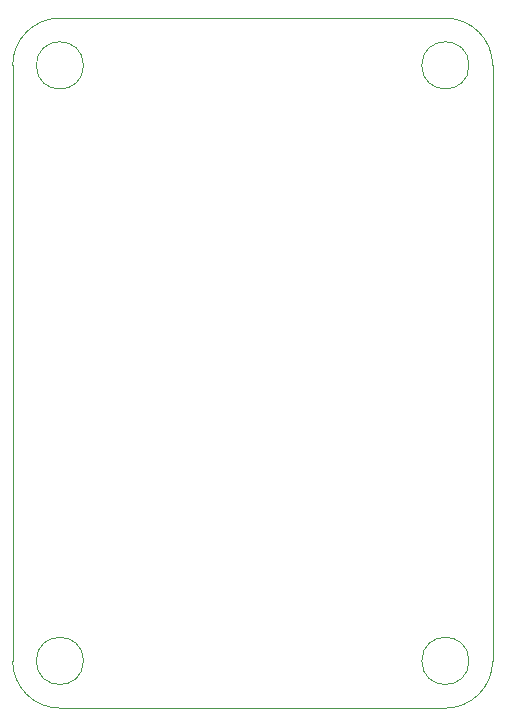
<source format=gbr>
G04 #@! TF.FileFunction,Profile,NP*
%FSLAX46Y46*%
G04 Gerber Fmt 4.6, Leading zero omitted, Abs format (unit mm)*
G04 Created by KiCad (PCBNEW 4.0.7) date 02/06/18 16:53:26*
%MOMM*%
%LPD*%
G01*
G04 APERTURE LIST*
%ADD10C,0.100000*%
G04 APERTURE END LIST*
D10*
X85279992Y-117285008D02*
G75*
G02X81280000Y-121285000I-3999992J0D01*
G01*
X48639984Y-121285000D02*
X81280000Y-121285000D01*
X81280000Y-62865000D02*
G75*
G02X85279992Y-66864992I0J-3999992D01*
G01*
X44639992Y-66864992D02*
G75*
G02X48639984Y-62865000I3999992J0D01*
G01*
X85279992Y-117285008D02*
X85279992Y-66864992D01*
X48639984Y-121285000D02*
G75*
G02X44639992Y-117285008I0J3999992D01*
G01*
X50639980Y-117285008D02*
G75*
G03X50639980Y-117285008I-1999996J0D01*
G01*
X50639980Y-66864992D02*
G75*
G03X50639980Y-66864992I-1999996J0D01*
G01*
X83279996Y-117285008D02*
G75*
G03X83279996Y-117285008I-1999996J0D01*
G01*
X44639992Y-66864992D02*
X44639992Y-117285008D01*
X83279996Y-66864992D02*
G75*
G03X83279996Y-66864992I-1999996J0D01*
G01*
X81280000Y-62865000D02*
X48639984Y-62865000D01*
M02*

</source>
